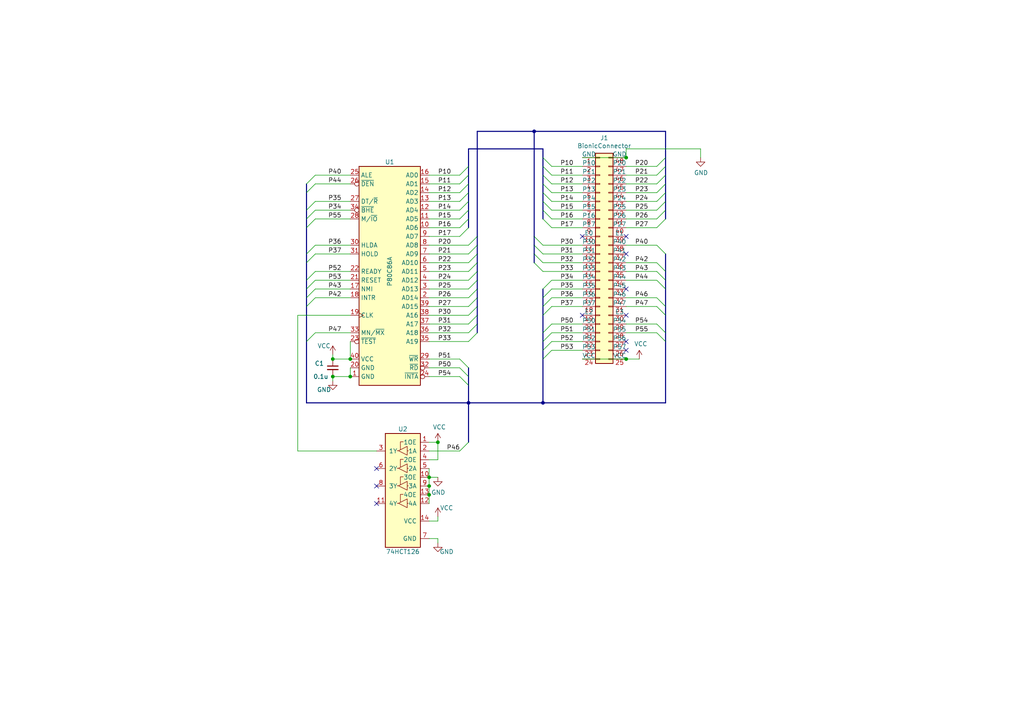
<source format=kicad_sch>
(kicad_sch (version 20211123) (generator eeschema)
  (paper "A4")
  (title_block (title "BionicP8086 Mezzanine") (date "2022-01-18") (rev "1") (company "Tadashi G. Takaoka"))
  (lib_symbols
    (symbol "0-LocalLibrary:74HCT126" (pin_names (offset 1.016))
      (property "Reference" "U" (at 0 16.51 0))
      (property "Value" "74HCT126" (at 0 -19.05 0))
      (symbol "74HCT126_0_1"
        (polyline (pts (xy -1.2954 10.2108) (xy -1.6002 10.2108)))
        (polyline (pts (xy 1.2954 10.2362) (xy 1.651 10.2362)))
        (polyline (pts (xy 0.7112 10.5664) (xy 0.7112 12.827) (xy -0.127 12.827) (xy -0.1016 12.827)))
      )
      (symbol "74HCT126_1_0"
        (polyline (pts (xy 1.27 10.2362) (xy -1.27 11.5062) (xy -1.27 8.9662) (xy 1.27 10.2362)) (stroke (width 0.1524)))
        (pin input line (at -7.62 12.7 0) (length 2.54) (name "1OE") (number "1"))
        (pin input line (at -7.62 2.54 0) (length 2.54) (name "3OE") (number "10"))
        (pin tri_state line (at 7.62 -5.08 180) (length 2.54) (name "4Y") (number "11"))
        (pin input line (at -7.62 -5.08 0) (length 2.54) (name "4A") (number "12"))
        (pin input line (at -7.62 -2.54 0) (length 2.54) (name "4OE") (number "13"))
        (pin power_in line (at -7.62 -10.16 0) (length 2.54) (name "VCC") (number "14"))
        (pin input line (at -7.62 10.16 0) (length 2.54) (name "1A") (number "2"))
        (pin tri_state line (at 7.62 10.16 180) (length 2.54) (name "1Y") (number "3"))
        (pin input line (at -7.62 7.62 0) (length 2.54) (name "2OE") (number "4"))
        (pin input line (at -7.62 5.08 0) (length 2.54) (name "2A") (number "5"))
        (pin tri_state line (at 7.62 5.08 180) (length 2.54) (name "2Y") (number "6"))
        (pin power_in line (at -7.62 -15.24 0) (length 2.54) (name "GND") (number "7"))
        (pin tri_state line (at 7.62 0 180) (length 2.54) (name "3Y") (number "8"))
        (pin input line (at -7.62 0 0) (length 2.54) (name "3A") (number "9"))
      )
      (symbol "74HCT126_1_1"
        (rectangle (start -5.08 15.24) (end 5.08 -17.78) (stroke (width 0.254)) (fill (type background)))
        (polyline (pts (xy -1.2954 -5.0292) (xy -1.6002 -5.0292)))
        (polyline (pts (xy -1.2954 0.0508) (xy -1.6002 0.0508)))
        (polyline (pts (xy -1.2954 5.1308) (xy -1.6002 5.1308)))
        (polyline (pts (xy 1.2954 -5.0038) (xy 1.651 -5.0038)))
        (polyline (pts (xy 1.2954 0.0762) (xy 1.651 0.0762)))
        (polyline (pts (xy 1.2954 5.1562) (xy 1.651 5.1562)))
        (polyline (pts (xy 0.7112 -4.6736) (xy 0.7112 -2.413) (xy -0.127 -2.413) (xy -0.1016 -2.413)))
        (polyline (pts (xy 0.7112 0.4064) (xy 0.7112 2.667) (xy -0.127 2.667) (xy -0.1016 2.667)))
        (polyline (pts (xy 0.7112 5.4864) (xy 0.7112 7.747) (xy -0.127 7.747) (xy -0.1016 7.747)))
        (polyline (pts (xy 1.27 -5.0038) (xy -1.27 -3.7338) (xy -1.27 -6.2738) (xy 1.27 -5.0038)) (stroke (width 0.1524)))
        (polyline (pts (xy 1.27 0.0762) (xy -1.27 1.3462) (xy -1.27 -1.1938) (xy 1.27 0.0762)) (stroke (width 0.1524)))
        (polyline (pts (xy 1.27 5.1562) (xy -1.27 6.4262) (xy -1.27 3.8862) (xy 1.27 5.1562)) (stroke (width 0.1524)))
      )
    )
    (symbol "0-LocalLibrary:BionicConnector" (pin_names (offset 0))
      (property "Reference" "J" (at 1.27 30.48 0))
      (property "Value" "BionicConnector" (at 3.81 33.02 0))
      (symbol "BionicConnector_1_1"
        (rectangle (start -1.27 -30.353) (end 0 -30.607) (stroke (width 0.1524)))
        (rectangle (start -1.27 -27.813) (end 0 -28.067) (stroke (width 0.1524)))
        (rectangle (start -1.27 -25.273) (end 0 -25.527) (stroke (width 0.1524)))
        (rectangle (start -1.27 -22.733) (end 0 -22.987) (stroke (width 0.1524)))
        (rectangle (start -1.27 -20.193) (end 0 -20.447) (stroke (width 0.1524)))
        (rectangle (start -1.27 -17.653) (end 0 -17.907) (stroke (width 0.1524)))
        (rectangle (start -1.27 -15.113) (end 0 -15.367) (stroke (width 0.1524)))
        (rectangle (start -1.27 -12.573) (end 0 -12.827) (stroke (width 0.1524)))
        (rectangle (start -1.27 -10.033) (end 0 -10.287) (stroke (width 0.1524)))
        (rectangle (start -1.27 -7.493) (end 0 -7.747) (stroke (width 0.1524)))
        (rectangle (start -1.27 -4.953) (end 0 -5.207) (stroke (width 0.1524)))
        (rectangle (start -1.27 -2.413) (end 0 -2.667) (stroke (width 0.1524)))
        (rectangle (start -1.27 0.127) (end 0 -0.127) (stroke (width 0.1524)))
        (rectangle (start -1.27 2.667) (end 0 2.413) (stroke (width 0.1524)))
        (rectangle (start -1.27 5.207) (end 0 4.953) (stroke (width 0.1524)))
        (rectangle (start -1.27 7.747) (end 0 7.493) (stroke (width 0.1524)))
        (rectangle (start -1.27 10.287) (end 0 10.033) (stroke (width 0.1524)))
        (rectangle (start -1.27 12.827) (end 0 12.573) (stroke (width 0.1524)))
        (rectangle (start -1.27 15.367) (end 0 15.113) (stroke (width 0.1524)))
        (rectangle (start -1.27 17.907) (end 0 17.653) (stroke (width 0.1524)))
        (rectangle (start -1.27 20.447) (end 0 20.193) (stroke (width 0.1524)))
        (rectangle (start -1.27 22.987) (end 0 22.733) (stroke (width 0.1524)))
        (rectangle (start -1.27 25.527) (end 0 25.273) (stroke (width 0.1524)))
        (rectangle (start -1.27 28.067) (end 0 27.813) (stroke (width 0.1524)))
        (rectangle (start -1.27 29.21) (end 3.81 -31.75) (stroke (width 0.254)) (fill (type background)))
        (rectangle (start 3.81 -30.353) (end 2.54 -30.607) (stroke (width 0.1524)))
        (rectangle (start 3.81 -27.813) (end 2.54 -28.067) (stroke (width 0.1524)))
        (rectangle (start 3.81 -25.273) (end 2.54 -25.527) (stroke (width 0.1524)))
        (rectangle (start 3.81 -22.733) (end 2.54 -22.987) (stroke (width 0.1524)))
        (rectangle (start 3.81 -20.193) (end 2.54 -20.447) (stroke (width 0.1524)))
        (rectangle (start 3.81 -17.653) (end 2.54 -17.907) (stroke (width 0.1524)))
        (rectangle (start 3.81 -15.113) (end 2.54 -15.367) (stroke (width 0.1524)))
        (rectangle (start 3.81 -12.573) (end 2.54 -12.827) (stroke (width 0.1524)))
        (rectangle (start 3.81 -10.033) (end 2.54 -10.287) (stroke (width 0.1524)))
        (rectangle (start 3.81 -7.493) (end 2.54 -7.747) (stroke (width 0.1524)))
        (rectangle (start 3.81 -4.953) (end 2.54 -5.207) (stroke (width 0.1524)))
        (rectangle (start 3.81 -2.413) (end 2.54 -2.667) (stroke (width 0.1524)))
        (rectangle (start 3.81 0.127) (end 2.54 -0.127) (stroke (width 0.1524)))
        (rectangle (start 3.81 2.667) (end 2.54 2.413) (stroke (width 0.1524)))
        (rectangle (start 3.81 5.207) (end 2.54 4.953) (stroke (width 0.1524)))
        (rectangle (start 3.81 7.747) (end 2.54 7.493) (stroke (width 0.1524)))
        (rectangle (start 3.81 10.287) (end 2.54 10.033) (stroke (width 0.1524)))
        (rectangle (start 3.81 12.827) (end 2.54 12.573) (stroke (width 0.1524)))
        (rectangle (start 3.81 15.367) (end 2.54 15.113) (stroke (width 0.1524)))
        (rectangle (start 3.81 17.907) (end 2.54 17.653) (stroke (width 0.1524)))
        (rectangle (start 3.81 20.447) (end 2.54 20.193) (stroke (width 0.1524)))
        (rectangle (start 3.81 22.987) (end 2.54 22.733) (stroke (width 0.1524)))
        (rectangle (start 3.81 25.527) (end 2.54 25.273) (stroke (width 0.1524)))
        (rectangle (start 3.81 28.067) (end 2.54 27.813) (stroke (width 0.1524)))
        (pin power_out line (at -5.08 27.94 0) (length 3.81) (name "GND") (number "1"))
        (pin bidirectional line (at -5.08 5.08 0) (length 3.81) (name "E0") (number "10"))
        (pin bidirectional line (at -5.08 2.54 0) (length 3.81) (name "P30") (number "11"))
        (pin bidirectional line (at -5.08 0 0) (length 3.81) (name "P31") (number "12"))
        (pin bidirectional line (at -5.08 -2.54 0) (length 3.81) (name "P32") (number "13"))
        (pin bidirectional line (at -5.08 -5.08 0) (length 3.81) (name "P33") (number "14"))
        (pin bidirectional line (at -5.08 -7.62 0) (length 3.81) (name "P34") (number "15"))
        (pin bidirectional line (at -5.08 -10.16 0) (length 3.81) (name "P35") (number "16"))
        (pin bidirectional line (at -5.08 -12.7 0) (length 3.81) (name "P36") (number "17"))
        (pin bidirectional line (at -5.08 -15.24 0) (length 3.81) (name "P37") (number "18"))
        (pin bidirectional line (at -5.08 -17.78 0) (length 3.81) (name "E2") (number "19"))
        (pin bidirectional line (at -5.08 25.4 0) (length 3.81) (name "P10") (number "2"))
        (pin bidirectional line (at -5.08 -20.32 0) (length 3.81) (name "P50") (number "20"))
        (pin bidirectional line (at -5.08 -22.86 0) (length 3.81) (name "P51") (number "21"))
        (pin bidirectional line (at -5.08 -25.4 0) (length 3.81) (name "P52") (number "22"))
        (pin bidirectional line (at -5.08 -27.94 0) (length 3.81) (name "P53") (number "23"))
        (pin power_out line (at -5.08 -30.48 0) (length 3.81) (name "VCC") (number "24"))
        (pin power_in line (at 7.62 -30.48 180) (length 3.81) (name "VCC") (number "25"))
        (pin bidirectional line (at 7.62 -27.94 180) (length 3.81) (name "P57") (number "26"))
        (pin bidirectional line (at 7.62 -25.4 180) (length 3.81) (name "P56") (number "27"))
        (pin bidirectional line (at 7.62 -22.86 180) (length 3.81) (name "P55") (number "28"))
        (pin bidirectional line (at 7.62 -20.32 180) (length 3.81) (name "P54") (number "29"))
        (pin bidirectional line (at -5.08 22.86 0) (length 3.81) (name "P11") (number "3"))
        (pin bidirectional line (at 7.62 -17.78 180) (length 3.81) (name "E3") (number "30"))
        (pin bidirectional line (at 7.62 -15.24 180) (length 3.81) (name "P47") (number "31"))
        (pin bidirectional line (at 7.62 -12.7 180) (length 3.81) (name "P46") (number "32"))
        (pin bidirectional line (at 7.62 -10.16 180) (length 3.81) (name "P45") (number "33"))
        (pin bidirectional line (at 7.62 -7.62 180) (length 3.81) (name "P44") (number "34"))
        (pin bidirectional line (at 7.62 -5.08 180) (length 3.81) (name "P43") (number "35"))
        (pin bidirectional line (at 7.62 -2.54 180) (length 3.81) (name "P42") (number "36"))
        (pin bidirectional line (at 7.62 0 180) (length 3.81) (name "P41") (number "37"))
        (pin bidirectional line (at 7.62 2.54 180) (length 3.81) (name "P40") (number "38"))
        (pin bidirectional line (at 7.62 5.08 180) (length 3.81) (name "E1") (number "39"))
        (pin bidirectional line (at -5.08 20.32 0) (length 3.81) (name "P12") (number "4"))
        (pin bidirectional line (at 7.62 7.62 180) (length 3.81) (name "P27") (number "40"))
        (pin bidirectional line (at 7.62 10.16 180) (length 3.81) (name "P26") (number "41"))
        (pin bidirectional line (at 7.62 12.7 180) (length 3.81) (name "P25") (number "42"))
        (pin bidirectional line (at 7.62 15.24 180) (length 3.81) (name "P24") (number "43"))
        (pin bidirectional line (at 7.62 17.78 180) (length 3.81) (name "P23") (number "44"))
        (pin bidirectional line (at 7.62 20.32 180) (length 3.81) (name "P22") (number "45"))
        (pin bidirectional line (at 7.62 22.86 180) (length 3.81) (name "P21") (number "46"))
        (pin bidirectional line (at 7.62 25.4 180) (length 3.81) (name "P20") (number "47"))
        (pin power_in line (at 7.62 27.94 180) (length 3.81) (name "GND") (number "48"))
        (pin bidirectional line (at -5.08 17.78 0) (length 3.81) (name "P13") (number "5"))
        (pin bidirectional line (at -5.08 15.24 0) (length 3.81) (name "P14") (number "6"))
        (pin bidirectional line (at -5.08 12.7 0) (length 3.81) (name "P15") (number "7"))
        (pin bidirectional line (at -5.08 10.16 0) (length 3.81) (name "P16") (number "8"))
        (pin bidirectional line (at -5.08 7.62 0) (length 3.81) (name "P17") (number "9"))
      )
    )
    (symbol "0-LocalLibrary:P80C86A"
      (property "Reference" "U" (at -1.27 31.75 0))
      (property "Value" "P80C86A" (at 0 -3.81 90))
      (symbol "P80C86A_0_1"
        (rectangle (start -8.89 -33.02) (end 8.89 30.48) (stroke (width 0.254)) (fill (type background)))
      )
      (symbol "P80C86A_1_1"
        (pin power_in line (at -11.43 -30.48 0) (length 2.54) (name "GND") (number "1"))
        (pin bidirectional line (at 11.43 12.7 180) (length 2.54) (name "AD6") (number "10"))
        (pin bidirectional line (at 11.43 15.24 180) (length 2.54) (name "AD5") (number "11"))
        (pin bidirectional line (at 11.43 17.78 180) (length 2.54) (name "AD4") (number "12"))
        (pin bidirectional line (at 11.43 20.32 180) (length 2.54) (name "AD3") (number "13"))
        (pin bidirectional line (at 11.43 22.86 180) (length 2.54) (name "AD2") (number "14"))
        (pin bidirectional line (at 11.43 25.4 180) (length 2.54) (name "AD1") (number "15"))
        (pin bidirectional line (at 11.43 27.94 180) (length 2.54) (name "AD0") (number "16"))
        (pin input line (at -11.43 -5.08 0) (length 2.54) (name "NMI") (number "17"))
        (pin input line (at -11.43 -7.62 0) (length 2.54) (name "INTR") (number "18"))
        (pin input clock (at -11.43 -12.7 0) (length 2.54) (name "CLK") (number "19"))
        (pin bidirectional line (at 11.43 -7.62 180) (length 2.54) (name "AD14") (number "2"))
        (pin power_in line (at -11.43 -27.94 0) (length 2.54) (name "GND") (number "20"))
        (pin input line (at -11.43 -2.54 0) (length 2.54) (name "RESET") (number "21"))
        (pin input line (at -11.43 0 0) (length 2.54) (name "READY") (number "22"))
        (pin input inverted (at -11.43 -20.32 0) (length 2.54) (name "~{TEST}") (number "23"))
        (pin output inverted (at 11.43 -30.48 180) (length 2.54) (name "~{INTA}") (number "24"))
        (pin output line (at -11.43 27.94 0) (length 2.54) (name "ALE") (number "25"))
        (pin output inverted (at -11.43 25.4 0) (length 2.54) (name "~{DEN}") (number "26"))
        (pin output line (at -11.43 20.32 0) (length 2.54) (name "DT/~{R}") (number "27"))
        (pin output line (at -11.43 15.24 0) (length 2.54) (name "M/~{IO}") (number "28"))
        (pin output line (at 11.43 -25.4 180) (length 2.54) (name "~{WR}") (number "29"))
        (pin bidirectional line (at 11.43 -5.08 180) (length 2.54) (name "AD13") (number "3"))
        (pin output line (at -11.43 7.62 0) (length 2.54) (name "HLDA") (number "30"))
        (pin input line (at -11.43 5.08 0) (length 2.54) (name "HOLD") (number "31"))
        (pin output inverted (at 11.43 -27.94 180) (length 2.54) (name "~{RD}") (number "32"))
        (pin input line (at -11.43 -17.78 0) (length 2.54) (name "MN/~{MX}") (number "33"))
        (pin output inverted (at -11.43 17.78 0) (length 2.54) (name "~{BHE}") (number "34"))
        (pin output line (at 11.43 -20.32 180) (length 2.54) (name "A19") (number "35"))
        (pin output line (at 11.43 -17.78 180) (length 2.54) (name "A18") (number "36"))
        (pin output line (at 11.43 -15.24 180) (length 2.54) (name "A17") (number "37"))
        (pin output line (at 11.43 -12.7 180) (length 2.54) (name "A16") (number "38"))
        (pin bidirectional line (at 11.43 -10.16 180) (length 2.54) (name "AD15") (number "39"))
        (pin bidirectional line (at 11.43 -2.54 180) (length 2.54) (name "AD12") (number "4"))
        (pin power_in line (at -11.43 -25.4 0) (length 2.54) (name "VCC") (number "40"))
        (pin bidirectional line (at 11.43 0 180) (length 2.54) (name "AD11") (number "5"))
        (pin bidirectional line (at 11.43 2.54 180) (length 2.54) (name "AD10") (number "6"))
        (pin bidirectional line (at 11.43 5.08 180) (length 2.54) (name "AD9") (number "7"))
        (pin bidirectional line (at 11.43 7.62 180) (length 2.54) (name "AD8") (number "8"))
        (pin bidirectional line (at 11.43 10.16 180) (length 2.54) (name "AD7") (number "9"))
      )
    )
    (symbol "Device:C_Small" (pin_numbers hide) (pin_names (offset 0.254) hide)
      (property "Reference" "C" (at 0.254 1.778 0))
      (property "Value" "C_Small" (at 0.254 -2.032 0))
      (symbol "C_Small_0_1"
        (polyline (pts (xy -1.524 -0.508) (xy 1.524 -0.508)) (stroke (width 0.3302)))
        (polyline (pts (xy -1.524 0.508) (xy 1.524 0.508)) (stroke (width 0.3048)))
      )
      (symbol "C_Small_1_1"
        (pin passive line (at 0 2.54 270) (length 2.032) (name "~") (number "1"))
        (pin passive line (at 0 -2.54 90) (length 2.032) (name "~") (number "2"))
      )
    )
    (symbol "power:GND" (power) (pin_names (offset 0))
      (property "Value" "GND" (at 0 -3.81 0))
      (symbol "GND_0_1"
        (polyline (pts (xy 0 0) (xy 0 -1.27) (xy 1.27 -1.27) (xy 0 -2.54) (xy -1.27 -1.27) (xy 0 -1.27)))
      )
      (symbol "GND_1_1"
        (pin power_in line (at 0 0 270) (length 0) hide (name "GND") (number "1"))
      )
    )
    (symbol "power:VCC" (power) (pin_names (offset 0))
      (property "Value" "VCC" (at 0 3.81 0))
      (symbol "VCC_0_1"
        (polyline (pts (xy -0.762 1.27) (xy 0 2.54)))
        (polyline (pts (xy 0 0) (xy 0 2.54)))
        (polyline (pts (xy 0 2.54) (xy 0.762 1.27)))
      )
      (symbol "VCC_1_1"
        (pin power_in line (at 0 0 90) (length 0) hide (name "VCC") (number "1"))
      )
    )
  )
  (junction (at 181.61 45.72))
  (junction (at 101.6 104.14))
  (junction (at 157.48 116.84))
  (junction (at 135.89 116.84))
  (junction (at 124.46 138.43))
  (junction (at 101.6 109.22))
  (junction (at 127 128.27))
  (junction (at 124.46 143.51))
  (junction (at 154.94 38.1))
  (junction (at 96.52 104.14))
  (junction (at 124.46 140.97))
  (junction (at 96.52 109.22))
  (junction (at 181.61 104.14))
  (no_connect (at 181.61 73.66))
  (no_connect (at 109.22 135.89))
  (no_connect (at 181.61 83.82))
  (no_connect (at 168.91 68.58))
  (no_connect (at 181.61 68.58))
  (no_connect (at 181.61 101.6))
  (no_connect (at 181.61 99.06))
  (no_connect (at 168.91 91.44))
  (no_connect (at 181.61 91.44))
  (no_connect (at 109.22 140.97))
  (no_connect (at 109.22 146.05))
  (bus_entry (at 190.5 96.52) (size 2.54 2.54))
  (bus_entry (at 193.04 48.26) (size -2.54 2.54))
  (bus_entry (at 193.04 50.8) (size -2.54 2.54))
  (bus_entry (at 138.43 73.66) (size -2.54 2.54))
  (bus_entry (at 135.89 128.27) (size -2.54 2.54))
  (bus_entry (at 91.44 73.66) (size -2.54 2.54))
  (bus_entry (at 91.44 60.96) (size -2.54 2.54))
  (bus_entry (at 190.5 93.98) (size 2.54 2.54))
  (bus_entry (at 133.35 106.68) (size 2.54 2.54))
  (bus_entry (at 154.94 73.66) (size 2.54 2.54))
  (bus_entry (at 160.02 99.06) (size -2.54 2.54))
  (bus_entry (at 138.43 91.44) (size -2.54 2.54))
  (bus_entry (at 193.04 58.42) (size -2.54 2.54))
  (bus_entry (at 138.43 71.12) (size -2.54 2.54))
  (bus_entry (at 133.35 58.42) (size 2.54 -2.54))
  (bus_entry (at 193.04 63.5) (size -2.54 2.54))
  (bus_entry (at 190.5 78.74) (size 2.54 2.54))
  (bus_entry (at 138.43 86.36) (size -2.54 2.54))
  (bus_entry (at 160.02 86.36) (size -2.54 2.54))
  (bus_entry (at 138.43 83.82) (size -2.54 2.54))
  (bus_entry (at 160.02 81.28) (size -2.54 2.54))
  (bus_entry (at 138.43 81.28) (size -2.54 2.54))
  (bus_entry (at 88.9 83.82) (size 2.54 -2.54))
  (bus_entry (at 133.35 53.34) (size 2.54 -2.54))
  (bus_entry (at 190.5 76.2) (size 2.54 2.54))
  (bus_entry (at 138.43 93.98) (size -2.54 2.54))
  (bus_entry (at 133.35 104.14) (size 2.54 2.54))
  (bus_entry (at 160.02 66.04) (size -2.54 -2.54))
  (bus_entry (at 91.44 71.12) (size -2.54 2.54))
  (bus_entry (at 133.35 66.04) (size 2.54 -2.54))
  (bus_entry (at 193.04 53.34) (size -2.54 2.54))
  (bus_entry (at 138.43 78.74) (size -2.54 2.54))
  (bus_entry (at 160.02 60.96) (size -2.54 -2.54))
  (bus_entry (at 154.94 68.58) (size 2.54 2.54))
  (bus_entry (at 133.35 63.5) (size 2.54 -2.54))
  (bus_entry (at 190.5 71.12) (size 2.54 2.54))
  (bus_entry (at 133.35 60.96) (size 2.54 -2.54))
  (bus_entry (at 138.43 68.58) (size -2.54 2.54))
  (bus_entry (at 193.04 45.72) (size -2.54 2.54))
  (bus_entry (at 91.44 58.42) (size -2.54 2.54))
  (bus_entry (at 91.44 50.8) (size -2.54 2.54))
  (bus_entry (at 138.43 96.52) (size -2.54 2.54))
  (bus_entry (at 160.02 96.52) (size -2.54 2.54))
  (bus_entry (at 133.35 109.22) (size 2.54 2.54))
  (bus_entry (at 160.02 50.8) (size -2.54 -2.54))
  (bus_entry (at 160.02 58.42) (size -2.54 -2.54))
  (bus_entry (at 193.04 60.96) (size -2.54 2.54))
  (bus_entry (at 91.44 63.5) (size -2.54 2.54))
  (bus_entry (at 91.44 53.34) (size -2.54 2.54))
  (bus_entry (at 133.35 68.58) (size 2.54 -2.54))
  (bus_entry (at 160.02 55.88) (size -2.54 -2.54))
  (bus_entry (at 190.5 81.28) (size 2.54 2.54))
  (bus_entry (at 138.43 88.9) (size -2.54 2.54))
  (bus_entry (at 160.02 48.26) (size -2.54 -2.54))
  (bus_entry (at 160.02 83.82) (size -2.54 2.54))
  (bus_entry (at 160.02 88.9) (size -2.54 2.54))
  (bus_entry (at 154.94 76.2) (size 2.54 2.54))
  (bus_entry (at 190.5 88.9) (size 2.54 2.54))
  (bus_entry (at 160.02 93.98) (size -2.54 2.54))
  (bus_entry (at 133.35 55.88) (size 2.54 -2.54))
  (bus_entry (at 91.44 96.52) (size -2.54 2.54))
  (bus_entry (at 88.9 81.28) (size 2.54 -2.54))
  (bus_entry (at 160.02 63.5) (size -2.54 -2.54))
  (bus_entry (at 160.02 101.6) (size -2.54 2.54))
  (bus_entry (at 91.44 86.36) (size -2.54 2.54))
  (bus_entry (at 193.04 55.88) (size -2.54 2.54))
  (bus_entry (at 154.94 71.12) (size 2.54 2.54))
  (bus_entry (at 133.35 50.8) (size 2.54 -2.54))
  (bus_entry (at 91.44 83.82) (size -2.54 2.54))
  (bus_entry (at 190.5 86.36) (size 2.54 2.54))
  (bus_entry (at 138.43 76.2) (size -2.54 2.54))
  (bus_entry (at 160.02 53.34) (size -2.54 -2.54))
  (bus (pts (xy 157.48 58.42) (xy 157.48 60.96)))
  (bus (pts (xy 135.89 50.8) (xy 135.89 53.34)))
  (bus (pts (xy 88.9 88.9) (xy 88.9 99.06)))
  (wire (pts (xy 124.46 138.43) (xy 127 138.43)))
  (wire (pts (xy 181.61 60.96) (xy 190.5 60.96)))
  (wire (pts (xy 168.91 104.14) (xy 181.61 104.14)))
  (wire (pts (xy 101.6 81.28) (xy 91.44 81.28)))
  (bus (pts (xy 157.48 101.6) (xy 157.48 104.14)))
  (wire (pts (xy 181.61 53.34) (xy 190.5 53.34)))
  (wire (pts (xy 133.35 130.81) (xy 124.46 130.81)))
  (wire (pts (xy 168.91 96.52) (xy 160.02 96.52)))
  (wire (pts (xy 160.02 81.28) (xy 168.91 81.28)))
  (wire (pts (xy 181.61 71.12) (xy 190.5 71.12)))
  (bus (pts (xy 138.43 81.28) (xy 138.43 83.82)))
  (bus (pts (xy 157.48 116.84) (xy 135.89 116.84)))
  (bus (pts (xy 138.43 86.36) (xy 138.43 88.9)))
  (wire (pts (xy 124.46 96.52) (xy 135.89 96.52)))
  (wire (pts (xy 168.91 76.2) (xy 157.48 76.2)))
  (wire (pts (xy 124.46 76.2) (xy 135.89 76.2)))
  (wire (pts (xy 124.46 140.97) (xy 124.46 143.51)))
  (bus (pts (xy 193.04 60.96) (xy 193.04 63.5)))
  (bus (pts (xy 138.43 88.9) (xy 138.43 91.44)))
  (bus (pts (xy 138.43 38.1) (xy 138.43 68.58)))
  (wire (pts (xy 181.61 50.8) (xy 190.5 50.8)))
  (bus (pts (xy 135.89 43.18) (xy 157.48 43.18)))
  (wire (pts (xy 181.61 48.26) (xy 190.5 48.26)))
  (wire (pts (xy 181.61 63.5) (xy 190.5 63.5)))
  (bus (pts (xy 138.43 78.74) (xy 138.43 81.28)))
  (bus (pts (xy 88.9 55.88) (xy 88.9 60.96)))
  (bus (pts (xy 135.89 111.76) (xy 135.89 116.84)))
  (wire (pts (xy 124.46 60.96) (xy 133.35 60.96)))
  (bus (pts (xy 193.04 58.42) (xy 193.04 60.96)))
  (bus (pts (xy 154.94 68.58) (xy 154.94 71.12)))
  (bus (pts (xy 193.04 48.26) (xy 193.04 50.8)))
  (wire (pts (xy 101.6 60.96) (xy 91.44 60.96)))
  (bus (pts (xy 193.04 96.52) (xy 193.04 99.06)))
  (wire (pts (xy 181.61 55.88) (xy 190.5 55.88)))
  (wire (pts (xy 124.46 53.34) (xy 133.35 53.34)))
  (wire (pts (xy 124.46 99.06) (xy 135.89 99.06)))
  (bus (pts (xy 138.43 73.66) (xy 138.43 76.2)))
  (bus (pts (xy 135.89 60.96) (xy 135.89 63.5)))
  (wire (pts (xy 124.46 81.28) (xy 135.89 81.28)))
  (bus (pts (xy 88.9 116.84) (xy 135.89 116.84)))
  (wire (pts (xy 160.02 83.82) (xy 168.91 83.82)))
  (bus (pts (xy 157.48 104.14) (xy 157.48 116.84)))
  (bus (pts (xy 193.04 83.82) (xy 193.04 88.9)))
  (wire (pts (xy 101.6 73.66) (xy 91.44 73.66)))
  (bus (pts (xy 157.48 88.9) (xy 157.48 91.44)))
  (wire (pts (xy 168.91 63.5) (xy 160.02 63.5)))
  (wire (pts (xy 168.91 55.88) (xy 160.02 55.88)))
  (wire (pts (xy 96.52 109.22) (xy 101.6 109.22)))
  (bus (pts (xy 88.9 83.82) (xy 88.9 86.36)))
  (wire (pts (xy 101.6 50.8) (xy 91.44 50.8)))
  (bus (pts (xy 157.48 50.8) (xy 157.48 53.34)))
  (wire (pts (xy 127 128.27) (xy 127 133.35)))
  (wire (pts (xy 124.46 128.27) (xy 127 128.27)))
  (wire (pts (xy 124.46 50.8) (xy 133.35 50.8)))
  (bus (pts (xy 138.43 83.82) (xy 138.43 86.36)))
  (wire (pts (xy 124.46 91.44) (xy 135.89 91.44)))
  (bus (pts (xy 157.48 48.26) (xy 157.48 50.8)))
  (bus (pts (xy 193.04 38.1) (xy 154.94 38.1)))
  (wire (pts (xy 86.36 91.44) (xy 86.36 130.81)))
  (bus (pts (xy 135.89 128.27) (xy 135.89 116.84)))
  (bus (pts (xy 138.43 76.2) (xy 138.43 78.74)))
  (wire (pts (xy 124.46 58.42) (xy 133.35 58.42)))
  (wire (pts (xy 109.22 130.81) (xy 86.36 130.81)))
  (bus (pts (xy 88.9 60.96) (xy 88.9 63.5)))
  (wire (pts (xy 168.91 93.98) (xy 160.02 93.98)))
  (wire (pts (xy 124.46 133.35) (xy 127 133.35)))
  (bus (pts (xy 88.9 81.28) (xy 88.9 83.82)))
  (bus (pts (xy 138.43 68.58) (xy 138.43 71.12)))
  (bus (pts (xy 193.04 116.84) (xy 157.48 116.84)))
  (wire (pts (xy 181.61 93.98) (xy 190.5 93.98)))
  (wire (pts (xy 124.46 71.12) (xy 135.89 71.12)))
  (wire (pts (xy 101.6 91.44) (xy 86.36 91.44)))
  (wire (pts (xy 96.52 104.14) (xy 96.52 102.87)))
  (wire (pts (xy 168.91 66.04) (xy 160.02 66.04)))
  (bus (pts (xy 138.43 91.44) (xy 138.43 93.98)))
  (wire (pts (xy 124.46 55.88) (xy 133.35 55.88)))
  (bus (pts (xy 193.04 78.74) (xy 193.04 81.28)))
  (bus (pts (xy 193.04 91.44) (xy 193.04 96.52)))
  (wire (pts (xy 181.61 104.14) (xy 185.42 104.14)))
  (wire (pts (xy 181.61 88.9) (xy 190.5 88.9)))
  (wire (pts (xy 168.91 71.12) (xy 157.48 71.12)))
  (bus (pts (xy 157.48 86.36) (xy 157.48 88.9)))
  (wire (pts (xy 168.91 58.42) (xy 160.02 58.42)))
  (wire (pts (xy 124.46 88.9) (xy 135.89 88.9)))
  (wire (pts (xy 101.6 86.36) (xy 91.44 86.36)))
  (wire (pts (xy 101.6 53.34) (xy 91.44 53.34)))
  (bus (pts (xy 157.48 91.44) (xy 157.48 96.52)))
  (bus (pts (xy 88.9 66.04) (xy 88.9 73.66)))
  (wire (pts (xy 91.44 71.12) (xy 101.6 71.12)))
  (bus (pts (xy 154.94 73.66) (xy 154.94 76.2)))
  (wire (pts (xy 127 151.13) (xy 124.46 151.13)))
  (wire (pts (xy 124.46 109.22) (xy 133.35 109.22)))
  (bus (pts (xy 88.9 53.34) (xy 88.9 55.88)))
  (bus (pts (xy 138.43 71.12) (xy 138.43 73.66)))
  (bus (pts (xy 88.9 86.36) (xy 88.9 88.9)))
  (bus (pts (xy 88.9 73.66) (xy 88.9 76.2)))
  (bus (pts (xy 135.89 48.26) (xy 135.89 50.8)))
  (wire (pts (xy 181.61 76.2) (xy 190.5 76.2)))
  (bus (pts (xy 135.89 43.18) (xy 135.89 48.26)))
  (wire (pts (xy 181.61 81.28) (xy 190.5 81.28)))
  (wire (pts (xy 203.2 43.18) (xy 203.2 45.72)))
  (bus (pts (xy 157.48 99.06) (xy 157.48 101.6)))
  (wire (pts (xy 181.61 43.18) (xy 203.2 43.18)))
  (wire (pts (xy 181.61 58.42) (xy 190.5 58.42)))
  (bus (pts (xy 135.89 109.22) (xy 135.89 111.76)))
  (bus (pts (xy 193.04 38.1) (xy 193.04 45.72)))
  (wire (pts (xy 124.46 93.98) (xy 135.89 93.98)))
  (wire (pts (xy 168.91 45.72) (xy 181.61 45.72)))
  (bus (pts (xy 135.89 53.34) (xy 135.89 55.88)))
  (wire (pts (xy 124.46 66.04) (xy 133.35 66.04)))
  (wire (pts (xy 168.91 50.8) (xy 160.02 50.8)))
  (wire (pts (xy 168.91 99.06) (xy 160.02 99.06)))
  (wire (pts (xy 168.91 48.26) (xy 160.02 48.26)))
  (wire (pts (xy 181.61 43.18) (xy 181.61 45.72)))
  (wire (pts (xy 181.61 96.52) (xy 190.5 96.52)))
  (wire (pts (xy 124.46 143.51) (xy 124.46 146.05)))
  (bus (pts (xy 135.89 58.42) (xy 135.89 60.96)))
  (wire (pts (xy 168.91 88.9) (xy 160.02 88.9)))
  (wire (pts (xy 124.46 104.14) (xy 133.35 104.14)))
  (bus (pts (xy 157.48 43.18) (xy 157.48 45.72)))
  (wire (pts (xy 101.6 106.68) (xy 101.6 109.22)))
  (bus (pts (xy 88.9 76.2) (xy 88.9 81.28)))
  (bus (pts (xy 193.04 55.88) (xy 193.04 58.42)))
  (wire (pts (xy 124.46 135.89) (xy 124.46 138.43)))
  (wire (pts (xy 127 157.48) (xy 127 156.21)))
  (wire (pts (xy 101.6 63.5) (xy 91.44 63.5)))
  (wire (pts (xy 124.46 63.5) (xy 133.35 63.5)))
  (bus (pts (xy 157.48 53.34) (xy 157.48 55.88)))
  (wire (pts (xy 124.46 156.21) (xy 127 156.21)))
  (bus (pts (xy 157.48 55.88) (xy 157.48 58.42)))
  (bus (pts (xy 88.9 63.5) (xy 88.9 66.04)))
  (wire (pts (xy 124.46 68.58) (xy 133.35 68.58)))
  (bus (pts (xy 157.48 96.52) (xy 157.48 99.06)))
  (wire (pts (xy 168.91 78.74) (xy 157.48 78.74)))
  (wire (pts (xy 91.44 58.42) (xy 101.6 58.42)))
  (wire (pts (xy 124.46 86.36) (xy 135.89 86.36)))
  (bus (pts (xy 193.04 50.8) (xy 193.04 53.34)))
  (bus (pts (xy 138.43 93.98) (xy 138.43 96.52)))
  (bus (pts (xy 154.94 38.1) (xy 154.94 68.58)))
  (wire (pts (xy 181.61 66.04) (xy 190.5 66.04)))
  (wire (pts (xy 91.44 83.82) (xy 101.6 83.82)))
  (wire (pts (xy 91.44 78.74) (xy 101.6 78.74)))
  (wire (pts (xy 127 151.13) (xy 127 149.86)))
  (wire (pts (xy 168.91 60.96) (xy 160.02 60.96)))
  (bus (pts (xy 154.94 71.12) (xy 154.94 73.66)))
  (bus (pts (xy 193.04 73.66) (xy 193.04 78.74)))
  (wire (pts (xy 124.46 106.68) (xy 133.35 106.68)))
  (wire (pts (xy 181.61 78.74) (xy 190.5 78.74)))
  (wire (pts (xy 101.6 99.06) (xy 101.6 104.14)))
  (wire (pts (xy 168.91 101.6) (xy 160.02 101.6)))
  (bus (pts (xy 88.9 99.06) (xy 88.9 116.84)))
  (bus (pts (xy 135.89 55.88) (xy 135.89 58.42)))
  (wire (pts (xy 101.6 96.52) (xy 91.44 96.52)))
  (wire (pts (xy 168.91 53.34) (xy 160.02 53.34)))
  (wire (pts (xy 160.02 86.36) (xy 168.91 86.36)))
  (bus (pts (xy 157.48 83.82) (xy 157.48 86.36)))
  (wire (pts (xy 124.46 78.74) (xy 135.89 78.74)))
  (bus (pts (xy 135.89 63.5) (xy 135.89 66.04)))
  (bus (pts (xy 193.04 53.34) (xy 193.04 55.88)))
  (bus (pts (xy 135.89 106.68) (xy 135.89 109.22)))
  (wire (pts (xy 124.46 73.66) (xy 135.89 73.66)))
  (wire (pts (xy 168.91 73.66) (xy 157.48 73.66)))
  (wire (pts (xy 96.52 110.49) (xy 96.52 109.22)))
  (bus (pts (xy 193.04 88.9) (xy 193.04 91.44)))
  (bus (pts (xy 157.48 45.72) (xy 157.48 48.26)))
  (bus (pts (xy 193.04 99.06) (xy 193.04 116.84)))
  (wire (pts (xy 96.52 104.14) (xy 101.6 104.14)))
  (wire (pts (xy 124.46 83.82) (xy 135.89 83.82)))
  (bus (pts (xy 154.94 38.1) (xy 138.43 38.1)))
  (wire (pts (xy 181.61 86.36) (xy 190.5 86.36)))
  (wire (pts (xy 124.46 138.43) (xy 124.46 140.97)))
  (bus (pts (xy 193.04 81.28) (xy 193.04 83.82)))
  (bus (pts (xy 157.48 60.96) (xy 157.48 63.5)))
  (bus (pts (xy 193.04 45.72) (xy 193.04 48.26)))
  (label "P42" (at 99.06 86.36 180))
  (label "P15" (at 166.37 60.96 180))
  (label "P34" (at 99.06 60.96 180))
  (label "P52" (at 166.37 99.06 180))
  (label "P43" (at 184.15 78.74 0))
  (label "P10" (at 166.37 48.26 180))
  (label "P17" (at 127 68.58 0))
  (label "P54" (at 184.15 93.98 0))
  (label "P12" (at 166.37 53.34 180))
  (label "P20" (at 127 71.12 0))
  (label "P22" (at 127 76.2 0))
  (label "P25" (at 127 83.82 0))
  (label "P47" (at 99.06 96.52 180))
  (label "P31" (at 166.37 73.66 180))
  (label "P35" (at 99.06 58.42 180))
  (label "P10" (at 127 50.8 0))
  (label "P34" (at 166.37 81.28 180))
  (label "P51" (at 166.37 96.52 180))
  (label "P40" (at 99.06 50.8 180))
  (label "P53" (at 166.37 101.6 180))
  (label "P11" (at 127 53.34 0))
  (label "P55" (at 184.15 96.52 0))
  (label "P55" (at 99.06 63.5 180))
  (label "P24" (at 184.15 58.42 0))
  (label "P50" (at 166.37 93.98 180))
  (label "P16" (at 127 66.04 0))
  (label "P11" (at 166.37 50.8 180))
  (label "P16" (at 166.37 63.5 180))
  (label "P53" (at 99.06 81.28 180))
  (label "P37" (at 166.37 88.9 180))
  (label "P52" (at 99.06 78.74 180))
  (label "P32" (at 127 96.52 0))
  (label "P30" (at 127 91.44 0))
  (label "P43" (at 99.06 83.82 180))
  (label "P17" (at 166.37 66.04 180))
  (label "P14" (at 166.37 58.42 180))
  (label "P25" (at 184.15 60.96 0))
  (label "P32" (at 166.37 76.2 180))
  (label "P20" (at 184.15 48.26 0))
  (label "P24" (at 127 81.28 0))
  (label "P27" (at 127 88.9 0))
  (label "P33" (at 166.37 78.74 180))
  (label "P46" (at 184.15 86.36 0))
  (label "P33" (at 127 99.06 0))
  (label "P14" (at 127 60.96 0))
  (label "P40" (at 184.15 71.12 0))
  (label "P44" (at 99.06 53.34 180))
  (label "P13" (at 166.37 55.88 180))
  (label "P21" (at 184.15 50.8 0))
  (label "P47" (at 184.15 88.9 0))
  (label "P21" (at 127 73.66 0))
  (label "P54" (at 127 109.22 0))
  (label "P46" (at 129.54 130.81 0))
  (label "P12" (at 127 55.88 0))
  (label "P36" (at 99.06 71.12 180))
  (label "P15" (at 127 63.5 0))
  (label "P51" (at 127 104.14 0))
  (label "P23" (at 184.15 55.88 0))
  (label "P22" (at 184.15 53.34 0))
  (label "P42" (at 184.15 76.2 0))
  (label "P37" (at 99.06 73.66 180))
  (label "P44" (at 184.15 81.28 0))
  (label "P35" (at 166.37 83.82 180))
  (label "P27" (at 184.15 66.04 0))
  (label "P13" (at 127 58.42 0))
  (label "P23" (at 127 78.74 0))
  (label "P26" (at 127 86.36 0))
  (label "P30" (at 166.37 71.12 180))
  (label "P26" (at 184.15 63.5 0))
  (label "P31" (at 127 93.98 0))
  (label "P36" (at 166.37 86.36 180))
  (label "P50" (at 127 106.68 0))
  (symbol (lib_id "power:VCC") (at -1352.55 -1136.65 0) (unit 1)
    (property "Reference" "#PWR01" (effects hide))
    (property "Value" "VCC" (at -1352.1182 -1141.0442 0))
  )
  (symbol (lib_id "power:VCC") (at 96.52 102.87 0) (mirror y) (unit 1)
    (property "Reference" "#PWR03" (effects hide))
    (property "Value" "VCC" (at 93.98 100.33 0))
  )
  (symbol (lib_id "power:GND") (at 96.52 110.49 0) (mirror y) (unit 1)
    (property "Reference" "#PWR04" (effects hide))
    (property "Value" "GND" (at 93.98 113.03 0))
  )
  (symbol (lib_id "Device:C_Small") (at 96.52 106.68 0) (mirror y) (unit 1)
    (property "Reference" "C1" (at 93.98 105.41 0) (effects (justify left)))
    (property "Value" "0.1u" (at 95.25 109.22 0) (effects (justify left)))
    (property "Footprint" "Capacitor_THT:C_Disc_D3.4mm_W2.1mm_P2.50mm" (effects hide))
  )
  (symbol (lib_id "0-LocalLibrary:74HCT126") (at 116.84 140.97 0) (mirror y) (unit 1)
    (property "Reference" "U2" (at 116.84 124.46 0))
    (property "Value" "74HCT126" (at 116.84 160.02 0))
    (property "Footprint" "Package_DIP:DIP-14_W7.62mm" (effects hide))
    (property "Datasheet" "https://www.ti.com/lit/ds/symlink/cd74hct126.pdf" (effects hide))
  )
  (symbol (lib_id "power:VCC") (at 127 149.86 0) (unit 1)
    (property "Reference" "#PWR07" (effects hide))
    (property "Value" "VCC" (at 129.54 147.32 0))
  )
  (symbol (lib_id "power:GND") (at 127 157.48 0) (unit 1)
    (property "Reference" "#PWR08" (effects hide))
    (property "Value" "GND" (at 129.54 160.02 0))
  )
  (symbol (lib_id "power:VCC") (at 127 128.27 0) (unit 1)
    (property "Reference" "#PWR02" (effects hide))
    (property "Value" "VCC" (at 127.4318 123.8758 0))
  )
  (symbol (lib_id "power:GND") (at 127 138.43 0) (unit 1)
    (property "Reference" "#PWR06" (effects hide))
    (property "Value" "GND" (at 127.127 142.8242 0))
  )
  (symbol (lib_id "power:GND") (at 203.2 45.72 0) (unit 1)
    (property "Reference" "#PWR0101" (effects hide))
    (property "Value" "GND" (at 203.327 50.1142 0))
  )
  (symbol (lib_id "power:VCC") (at 185.42 104.14 0) (unit 1)
    (property "Reference" "#PWR0102" (effects hide))
    (property "Value" "VCC" (at 185.8518 99.7458 0))
  )
  (symbol (lib_id "0-LocalLibrary:P80C86A") (at 113.03 78.74 0) (unit 1)
    (property "Reference" "U1" (at 113.03 46.99 0))
    (property "Value" "P80C86A" (at 113.03 78.74 90))
    (property "Footprint" "Package_DIP:DIP-40_W15.24mm" (effects hide))
    (property "Datasheet" "https://www.alldatasheet.com/datasheet-pdf/pdf/1051722/RENESAS/80C86.html" (effects hide))
  )
  (symbol (lib_id "0-LocalLibrary:BionicConnector") (at 173.99 73.66 0) (unit 1)
    (property "Reference" "J1" (at 175.26 40.005 0))
    (property "Value" "BionicConnector" (at 175.26 42.3164 0))
    (property "Footprint" "0-LocalLibrary:DIP-48_W7.62mm" (effects hide))
    (property "Datasheet" "https://www.arieselec.com/wp-content/uploads/2020/02/10001-universal-dip-zif-test-socket.pdf" (effects hide))
  )
)
</source>
